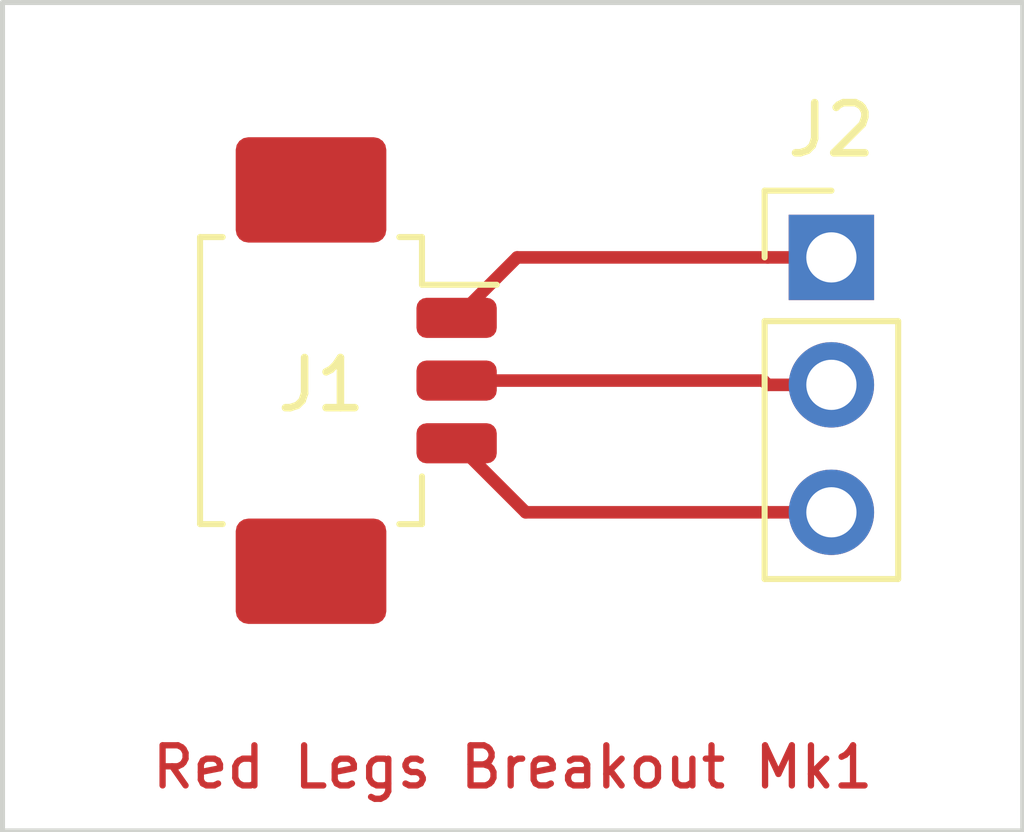
<source format=kicad_pcb>
(kicad_pcb (version 20171130) (host pcbnew "(5.1.5)-3")

  (general
    (thickness 1.6)
    (drawings 5)
    (tracks 9)
    (zones 0)
    (modules 2)
    (nets 4)
  )

  (page A4)
  (layers
    (0 F.Cu signal)
    (31 B.Cu signal)
    (32 B.Adhes user)
    (33 F.Adhes user)
    (34 B.Paste user)
    (35 F.Paste user)
    (36 B.SilkS user)
    (37 F.SilkS user)
    (38 B.Mask user)
    (39 F.Mask user)
    (40 Dwgs.User user)
    (41 Cmts.User user)
    (42 Eco1.User user)
    (43 Eco2.User user)
    (44 Edge.Cuts user)
    (45 Margin user)
    (46 B.CrtYd user)
    (47 F.CrtYd user)
    (48 B.Fab user)
    (49 F.Fab user)
  )

  (setup
    (last_trace_width 0.25)
    (trace_clearance 0.2)
    (zone_clearance 0.508)
    (zone_45_only no)
    (trace_min 0.2)
    (via_size 0.8)
    (via_drill 0.4)
    (via_min_size 0.4)
    (via_min_drill 0.3)
    (uvia_size 0.3)
    (uvia_drill 0.1)
    (uvias_allowed no)
    (uvia_min_size 0.2)
    (uvia_min_drill 0.1)
    (edge_width 0.05)
    (segment_width 0.2)
    (pcb_text_width 0.3)
    (pcb_text_size 1.5 1.5)
    (mod_edge_width 0.12)
    (mod_text_size 1 1)
    (mod_text_width 0.15)
    (pad_size 1.524 1.524)
    (pad_drill 0.762)
    (pad_to_mask_clearance 0.051)
    (solder_mask_min_width 0.25)
    (aux_axis_origin 0 0)
    (grid_origin 107.95 88.9)
    (visible_elements 7FFFFFFF)
    (pcbplotparams
      (layerselection 0x010fc_ffffffff)
      (usegerberextensions false)
      (usegerberattributes false)
      (usegerberadvancedattributes false)
      (creategerberjobfile false)
      (excludeedgelayer true)
      (linewidth 0.100000)
      (plotframeref false)
      (viasonmask false)
      (mode 1)
      (useauxorigin false)
      (hpglpennumber 1)
      (hpglpenspeed 20)
      (hpglpendiameter 15.000000)
      (psnegative false)
      (psa4output false)
      (plotreference true)
      (plotvalue true)
      (plotinvisibletext false)
      (padsonsilk false)
      (subtractmaskfromsilk false)
      (outputformat 1)
      (mirror false)
      (drillshape 0)
      (scaleselection 1)
      (outputdirectory "./"))
  )

  (net 0 "")
  (net 1 "Net-(J1-Pad1)")
  (net 2 "Net-(J1-Pad2)")
  (net 3 "Net-(J1-Pad3)")

  (net_class Default "This is the default net class."
    (clearance 0.2)
    (trace_width 0.25)
    (via_dia 0.8)
    (via_drill 0.4)
    (uvia_dia 0.3)
    (uvia_drill 0.1)
    (add_net "Net-(J1-Pad1)")
    (add_net "Net-(J1-Pad2)")
    (add_net "Net-(J1-Pad3)")
  )

  (module Connector_Molex:Molex_PicoBlade_53261-0371_1x03-1MP_P1.25mm_Horizontal (layer F.Cu) (tedit 5B78AD89) (tstamp 5E40BBF4)
    (at 114.595001 79.925001 270)
    (descr "Molex PicoBlade series connector, 53261-0371 (http://www.molex.com/pdm_docs/sd/532610271_sd.pdf), generated with kicad-footprint-generator")
    (tags "connector Molex PicoBlade top entry")
    (path /5E3DF581)
    (attr smd)
    (fp_text reference J1 (at 0.084999 0.295001 180) (layer F.SilkS)
      (effects (font (size 1 1) (thickness 0.15)))
    )
    (fp_text value Sens-adapter (at 0 5.375001 90) (layer F.Fab)
      (effects (font (size 1 1) (thickness 0.15)))
    )
    (fp_line (start -2.75 -1.6) (end 2.75 -1.6) (layer F.Fab) (width 0.1))
    (fp_line (start -2.86 -1.26) (end -2.86 -1.71) (layer F.SilkS) (width 0.12))
    (fp_line (start -2.86 -1.71) (end -1.91 -1.71) (layer F.SilkS) (width 0.12))
    (fp_line (start -1.91 -1.71) (end -1.91 -3.2) (layer F.SilkS) (width 0.12))
    (fp_line (start 2.86 -1.26) (end 2.86 -1.71) (layer F.SilkS) (width 0.12))
    (fp_line (start 2.86 -1.71) (end 1.91 -1.71) (layer F.SilkS) (width 0.12))
    (fp_line (start -2.86 2.26) (end -2.86 2.71) (layer F.SilkS) (width 0.12))
    (fp_line (start -2.86 2.71) (end 2.86 2.71) (layer F.SilkS) (width 0.12))
    (fp_line (start 2.86 2.71) (end 2.86 2.26) (layer F.SilkS) (width 0.12))
    (fp_line (start -2.75 2.6) (end 2.75 2.6) (layer F.Fab) (width 0.1))
    (fp_line (start -2.75 -1.6) (end -2.75 2.6) (layer F.Fab) (width 0.1))
    (fp_line (start 2.75 -1.6) (end 2.75 2.6) (layer F.Fab) (width 0.1))
    (fp_line (start -2.75 -0.6) (end -4.25 -0.6) (layer F.Fab) (width 0.1))
    (fp_line (start -4.25 -0.6) (end -4.45 -0.4) (layer F.Fab) (width 0.1))
    (fp_line (start -4.45 -0.4) (end -4.45 1.4) (layer F.Fab) (width 0.1))
    (fp_line (start -4.45 1.4) (end -4.25 1.6) (layer F.Fab) (width 0.1))
    (fp_line (start -4.25 1.6) (end -4.25 2.2) (layer F.Fab) (width 0.1))
    (fp_line (start -4.25 2.2) (end -2.75 2.2) (layer F.Fab) (width 0.1))
    (fp_line (start 2.75 -0.6) (end 4.25 -0.6) (layer F.Fab) (width 0.1))
    (fp_line (start 4.25 -0.6) (end 4.45 -0.4) (layer F.Fab) (width 0.1))
    (fp_line (start 4.45 -0.4) (end 4.45 1.4) (layer F.Fab) (width 0.1))
    (fp_line (start 4.45 1.4) (end 4.25 1.6) (layer F.Fab) (width 0.1))
    (fp_line (start 4.25 1.6) (end 4.25 2.2) (layer F.Fab) (width 0.1))
    (fp_line (start 4.25 2.2) (end 2.75 2.2) (layer F.Fab) (width 0.1))
    (fp_line (start -5.35 -3.7) (end -5.35 3.1) (layer F.CrtYd) (width 0.05))
    (fp_line (start -5.35 3.1) (end 5.35 3.1) (layer F.CrtYd) (width 0.05))
    (fp_line (start 5.35 3.1) (end 5.35 -3.7) (layer F.CrtYd) (width 0.05))
    (fp_line (start 5.35 -3.7) (end -5.35 -3.7) (layer F.CrtYd) (width 0.05))
    (fp_line (start -1.75 -1.6) (end -1.25 -0.892893) (layer F.Fab) (width 0.1))
    (fp_line (start -1.25 -0.892893) (end -0.75 -1.6) (layer F.Fab) (width 0.1))
    (pad 1 smd roundrect (at -1.25 -2.4 270) (size 0.8 1.6) (layers F.Cu F.Paste F.Mask) (roundrect_rratio 0.25)
      (net 1 "Net-(J1-Pad1)"))
    (pad 2 smd roundrect (at 0 -2.4 270) (size 0.8 1.6) (layers F.Cu F.Paste F.Mask) (roundrect_rratio 0.25)
      (net 2 "Net-(J1-Pad2)"))
    (pad 3 smd roundrect (at 1.25 -2.4 270) (size 0.8 1.6) (layers F.Cu F.Paste F.Mask) (roundrect_rratio 0.25)
      (net 3 "Net-(J1-Pad3)"))
    (pad MP smd roundrect (at -3.8 0.5 270) (size 2.1 3) (layers F.Cu F.Paste F.Mask) (roundrect_rratio 0.119048))
    (pad MP smd roundrect (at 3.8 0.5 270) (size 2.1 3) (layers F.Cu F.Paste F.Mask) (roundrect_rratio 0.119048))
    (model ${KISYS3DMOD}/Connector_Molex.3dshapes/Molex_PicoBlade_53261-0371_1x03-1MP_P1.25mm_Horizontal.wrl
      (at (xyz 0 0 0))
      (scale (xyz 1 1 1))
      (rotate (xyz 0 0 0))
    )
  )

  (module Connector_PinHeader_2.54mm:PinHeader_1x03_P2.54mm_Vertical (layer F.Cu) (tedit 59FED5CC) (tstamp 5E40C07C)
    (at 124.46 77.47)
    (descr "Through hole straight pin header, 1x03, 2.54mm pitch, single row")
    (tags "Through hole pin header THT 1x03 2.54mm single row")
    (path /5E3DB95B)
    (fp_text reference J2 (at 0 -2.54) (layer F.SilkS)
      (effects (font (size 1 1) (thickness 0.15)))
    )
    (fp_text value Header (at 0 7.41) (layer F.Fab)
      (effects (font (size 1 1) (thickness 0.15)))
    )
    (fp_line (start -0.635 -1.27) (end 1.27 -1.27) (layer F.Fab) (width 0.1))
    (fp_line (start 1.27 -1.27) (end 1.27 6.35) (layer F.Fab) (width 0.1))
    (fp_line (start 1.27 6.35) (end -1.27 6.35) (layer F.Fab) (width 0.1))
    (fp_line (start -1.27 6.35) (end -1.27 -0.635) (layer F.Fab) (width 0.1))
    (fp_line (start -1.27 -0.635) (end -0.635 -1.27) (layer F.Fab) (width 0.1))
    (fp_line (start -1.33 6.41) (end 1.33 6.41) (layer F.SilkS) (width 0.12))
    (fp_line (start -1.33 1.27) (end -1.33 6.41) (layer F.SilkS) (width 0.12))
    (fp_line (start 1.33 1.27) (end 1.33 6.41) (layer F.SilkS) (width 0.12))
    (fp_line (start -1.33 1.27) (end 1.33 1.27) (layer F.SilkS) (width 0.12))
    (fp_line (start -1.33 0) (end -1.33 -1.33) (layer F.SilkS) (width 0.12))
    (fp_line (start -1.33 -1.33) (end 0 -1.33) (layer F.SilkS) (width 0.12))
    (fp_line (start -1.8 -1.8) (end -1.8 6.85) (layer F.CrtYd) (width 0.05))
    (fp_line (start -1.8 6.85) (end 1.8 6.85) (layer F.CrtYd) (width 0.05))
    (fp_line (start 1.8 6.85) (end 1.8 -1.8) (layer F.CrtYd) (width 0.05))
    (fp_line (start 1.8 -1.8) (end -1.8 -1.8) (layer F.CrtYd) (width 0.05))
    (fp_text user %R (at 0 2.54 90) (layer F.Fab)
      (effects (font (size 1 1) (thickness 0.15)))
    )
    (pad 1 thru_hole rect (at 0 0) (size 1.7 1.7) (drill 1) (layers *.Cu *.Mask)
      (net 1 "Net-(J1-Pad1)"))
    (pad 2 thru_hole oval (at 0 2.54) (size 1.7 1.7) (drill 1) (layers *.Cu *.Mask)
      (net 2 "Net-(J1-Pad2)"))
    (pad 3 thru_hole oval (at 0 5.08) (size 1.7 1.7) (drill 1) (layers *.Cu *.Mask)
      (net 3 "Net-(J1-Pad3)"))
    (model ${KISYS3DMOD}/Connector_PinHeader_2.54mm.3dshapes/PinHeader_1x03_P2.54mm_Vertical.wrl
      (at (xyz 0 0 0))
      (scale (xyz 1 1 1))
      (rotate (xyz 0 0 0))
    )
  )

  (gr_line (start 128.27 72.39) (end 128.27 88.9) (layer Edge.Cuts) (width 0.1))
  (gr_line (start 107.95 72.39) (end 128.27 72.39) (layer Edge.Cuts) (width 0.1))
  (gr_line (start 107.95 88.9) (end 107.95 72.39) (layer Edge.Cuts) (width 0.1))
  (gr_line (start 128.27 88.9) (end 107.95 88.9) (layer Edge.Cuts) (width 0.1))
  (gr_text "Red Legs Breakout Mk1" (at 118.11 87.63) (layer F.Cu)
    (effects (font (size 0.8 0.8) (thickness 0.125)))
  )

  (segment (start 116.995001 78.675001) (end 118.200002 77.47) (width 0.25) (layer F.Cu) (net 1))
  (segment (start 118.200002 77.47) (end 123.19 77.47) (width 0.25) (layer F.Cu) (net 1))
  (segment (start 123.19 77.47) (end 124.46 77.47) (width 0.25) (layer F.Cu) (net 1))
  (segment (start 116.995001 79.925001) (end 123.105001 79.925001) (width 0.25) (layer F.Cu) (net 2))
  (segment (start 123.19 80.01) (end 124.46 80.01) (width 0.25) (layer F.Cu) (net 2))
  (segment (start 123.105001 79.925001) (end 123.19 80.01) (width 0.25) (layer F.Cu) (net 2))
  (segment (start 118.37 82.55) (end 123.19 82.55) (width 0.25) (layer F.Cu) (net 3))
  (segment (start 116.995001 81.175001) (end 118.37 82.55) (width 0.25) (layer F.Cu) (net 3))
  (segment (start 123.19 82.55) (end 124.46 82.55) (width 0.25) (layer F.Cu) (net 3))

)

</source>
